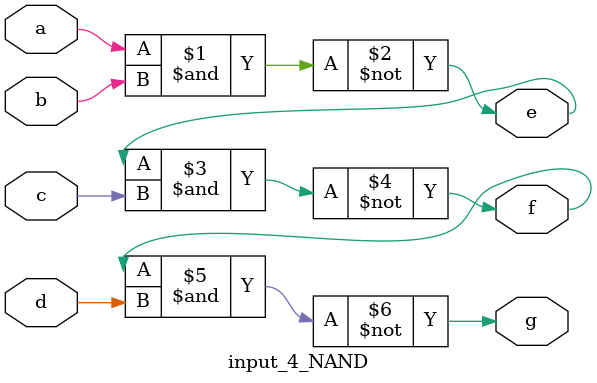
<source format=v>
`timescale 1ns / 1ps
 
module input_4_NAND(
    // Input the var
    input a, b, c, d,
    // Output the var
    output e, f, g
    );
   
// NAND = NOT + AND     
assign e = ~(a & b);    // a and b then inv   
assign f = ~(e & c);    // e and c then inv
assign g = ~(f & d);    // f and d then inv
 
endmodule

</source>
